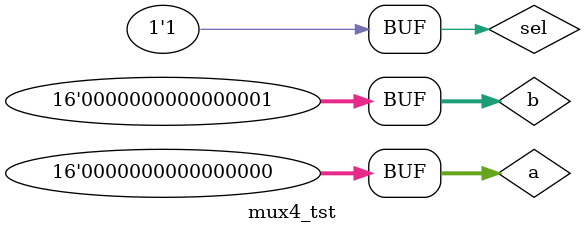
<source format=v>
`timescale 1ns / 1ps


module mux4_tst;

	// Inputs
	reg [15:0] a;
	reg [15:0] b;
	reg sel;

	// Outputs
	wire [15:0] o;

	// Instantiate the Unit Under Test (UUT)
	MUX_4 uut (
		.a(a), 
		.b(b), 
		.sel(sel), 
		.o(o)
	);

	initial begin
		a = 0;
		b = 0;
		sel = 0;

		
		#100;
		a = 1;
		b = 0;
		sel = 0;

		
		#100;
		a = 0;
		b = 1;
		sel = 1;

		
		#100;

	end
      
endmodule


</source>
